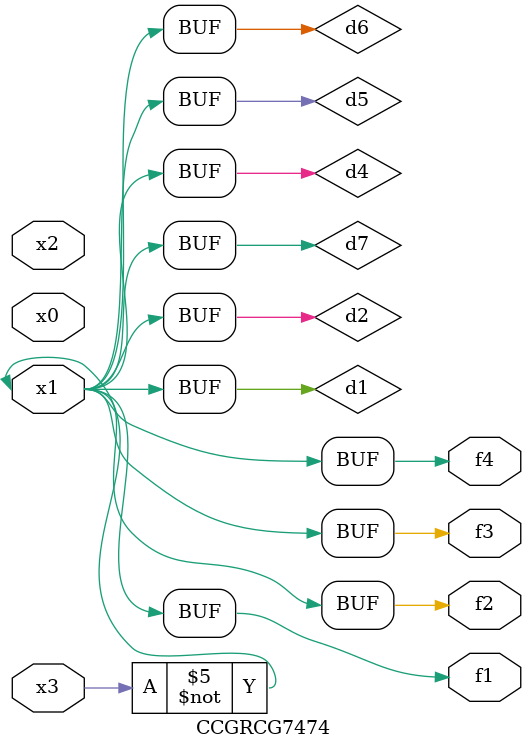
<source format=v>
module CCGRCG7474(
	input x0, x1, x2, x3,
	output f1, f2, f3, f4
);

	wire d1, d2, d3, d4, d5, d6, d7;

	not (d1, x3);
	buf (d2, x1);
	xnor (d3, d1, d2);
	nor (d4, d1);
	buf (d5, d1, d2);
	buf (d6, d4, d5);
	nand (d7, d4);
	assign f1 = d6;
	assign f2 = d7;
	assign f3 = d6;
	assign f4 = d6;
endmodule

</source>
